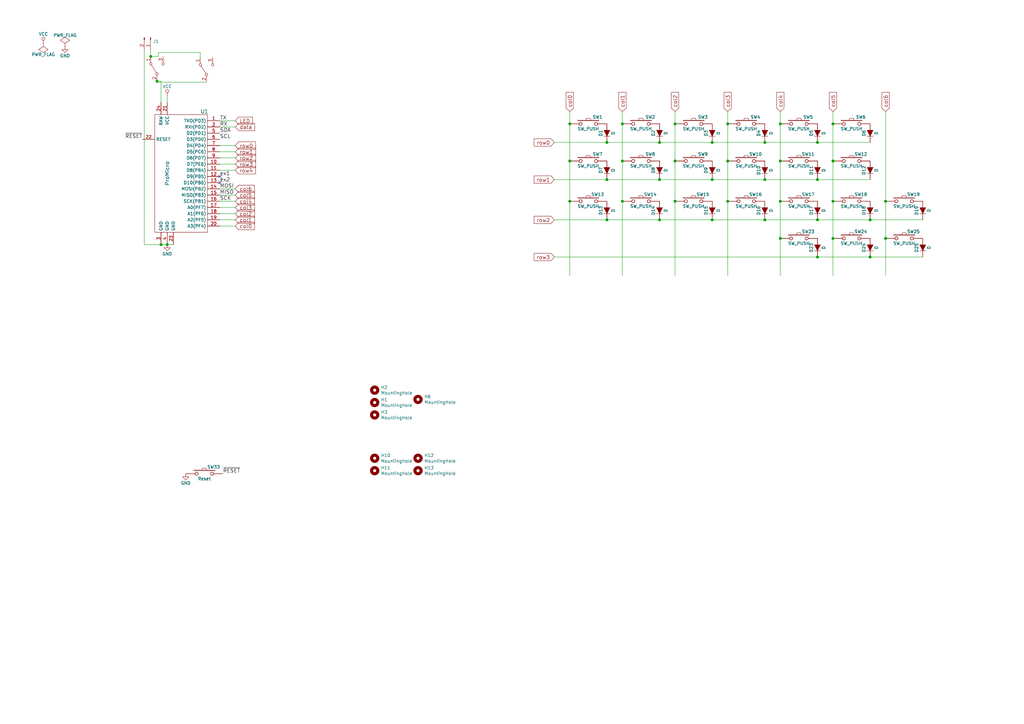
<source format=kicad_sch>
(kicad_sch (version 20201015) (generator eeschema)
  (page 1 1)
  (paper "A3")
  (title_block (title "Helix beta") (date "2017-11-5") (rev "v0.2"))
  (lib_symbols
    (symbol "Connector:Conn_01x02_Male" (pin_names (offset 1.016) hide)
      (property "Reference" "J" (at 0 2.54 0))
      (property "Value" "Conn_01x02_Male" (at 0 -5.08 0))
      (symbol "Conn_01x02_Male_1_1"
        (rectangle (start 0.8636 -2.413) (end 0 -2.667) (stroke (width 0.1524)) (fill (type outline)))
        (rectangle (start 0.8636 0.127) (end 0 -0.127) (stroke (width 0.1524)) (fill (type outline)))
        (polyline (pts (xy 1.27 -2.54) (xy 0.8636 -2.54)) (stroke (width 0.1524)))
        (polyline (pts (xy 1.27 0) (xy 0.8636 0)) (stroke (width 0.1524)))
        (pin passive line (at 5.08 0 180) (length 3.81) (name "Pin_1") (number "1"))
        (pin passive line (at 5.08 -2.54 180) (length 3.81) (name "Pin_2") (number "2"))
      )
    )
    (symbol "Mechanical:MountingHole"
      (property "Reference" "H" (at 0 5.08 0))
      (property "Value" "MountingHole" (at 0 3.175 0))
      (symbol "MountingHole_0_1"
        (circle (center 0 0) (radius 1.27) (stroke (width 1.27)))
      )
    )
    (symbol "Switch:SW_SPDT" (pin_names (offset 0) hide)
      (property "Reference" "SW" (at 0 4.318 0))
      (property "Value" "SW_SPDT" (at 0 -5.08 0))
      (symbol "SW_SPDT_0_0"
        (circle (center -2.032 0) (radius 0.508))
        (circle (center 2.032 -2.54) (radius 0.508))
      )
      (symbol "SW_SPDT_0_1"
        (circle (center 2.032 2.54) (radius 0.508))
        (polyline (pts (xy -1.524 0.254) (xy 1.651 2.286)))
      )
      (symbol "SW_SPDT_1_1"
        (pin passive line (at 5.08 2.54 180) (length 2.54) (name "A") (number "1"))
        (pin passive line (at -5.08 0 0) (length 2.54) (name "B") (number "2"))
        (pin passive line (at 5.08 -2.54 180) (length 2.54) (name "C") (number "3"))
      )
    )
    (symbol "helix-rescue:D-helix-cache-2019-03-21-22-27-31" (pin_numbers hide) (pin_names hide)
      (property "Reference" "D" (at 0 2.54 0))
      (property "Value" "D-helix-cache-2019-03-21-22-27-31" (at 0 -2.54 0))
      (symbol "D-helix-cache-2019-03-21-22-27-31_0_1"
        (polyline (pts (xy -1.27 1.27) (xy -1.27 -1.27)) (stroke (width 0.1524)))
        (polyline (pts (xy 1.27 1.27) (xy -1.27 0) (xy 1.27 -1.27)) (fill (type outline)))
      )
      (symbol "D-helix-cache-2019-03-21-22-27-31_1_1"
        (pin passive line (at -3.81 0 0) (length 2.54) (name "K") (number "1"))
        (pin passive line (at 3.81 0 180) (length 2.54) (name "A") (number "2"))
      )
    )
    (symbol "helix-rescue:GND-helix-cache-2019-03-21-22-27-31" (power) (pin_names (offset 0))
      (property "Value" "GND-helix-cache-2019-03-21-22-27-31" (at 0 -3.81 0))
      (symbol "GND-helix-cache-2019-03-21-22-27-31_0_1"
        (polyline (pts (xy 0 0) (xy 0 -1.27) (xy 1.27 -1.27) (xy 0 -2.54) (xy -1.27 -1.27) (xy 0 -1.27)))
      )
      (symbol "GND-helix-cache-2019-03-21-22-27-31_1_1"
        (pin power_in line (at 0 0 270) (length 0) hide (name "GND") (number "1"))
      )
    )
    (symbol "helix-rescue:PWR_FLAG-helix-cache-2019-03-21-22-27-31" (power) (pin_numbers hide) (pin_names (offset 0) hide)
      (property "Value" "PWR_FLAG-helix-cache-2019-03-21-22-27-31" (at 0 4.572 0))
      (symbol "PWR_FLAG-helix-cache-2019-03-21-22-27-31_0_1"
        (polyline (pts (xy 0 0) (xy 0 1.27) (xy -1.905 2.54) (xy 0 3.81) (xy 1.905 2.54) (xy 0 1.27)))
      )
      (symbol "PWR_FLAG-helix-cache-2019-03-21-22-27-31_0_0"
        (pin power_out line (at 0 0 90) (length 0) (name "pwr") (number "1"))
      )
    )
    (symbol "helix-rescue:ProMicro-helix-cache-2019-03-21-22-27-31"
      (property "Reference" "U" (at 10.16 25.4 0))
      (property "Value" "ProMicro-helix-cache-2019-03-21-22-27-31" (at -5.08 0 90))
      (symbol "ProMicro-helix-cache-2019-03-21-22-27-31_0_1"
        (rectangle (start 11.43 24.13) (end -10.16 -24.13))
      )
      (symbol "ProMicro-helix-cache-2019-03-21-22-27-31_1_1"
        (pin passive line (at 16.51 21.59 180) (length 5.08) (name "TXO(PD3)") (number "1"))
        (pin passive line (at 16.51 3.81 180) (length 5.08) (name "D7(PE6)") (number "10"))
        (pin passive line (at 16.51 1.27 180) (length 5.08) (name "D8(PB4)") (number "11"))
        (pin passive line (at 16.51 -1.27 180) (length 5.08) (name "D9(PB5)") (number "12"))
        (pin passive line (at 16.51 -3.81 180) (length 5.08) (name "D10(PB6)") (number "13"))
        (pin passive line (at 16.51 -6.35 180) (length 5.08) (name "MOSI(PB2)") (number "14"))
        (pin passive line (at 16.51 -8.89 180) (length 5.08) (name "MISO(PB3)") (number "15"))
        (pin passive line (at 16.51 -11.43 180) (length 5.08) (name "SCK(PB1)") (number "16"))
        (pin passive line (at 16.51 -13.97 180) (length 5.08) (name "A0(PF7)") (number "17"))
        (pin passive line (at 16.51 -16.51 180) (length 5.08) (name "A1(PF6)") (number "18"))
        (pin passive line (at 16.51 -19.05 180) (length 5.08) (name "A2(PF5)") (number "19"))
        (pin passive line (at 16.51 19.05 180) (length 5.08) (name "RXI(PD2)") (number "2"))
        (pin passive line (at 16.51 -21.59 180) (length 5.08) (name "A3(PF4)") (number "20"))
        (pin passive line (at -5.08 29.21 270) (length 5.08) (name "VCC") (number "21"))
        (pin passive line (at -15.24 13.97 0) (length 5.08) (name "RESET") (number "22"))
        (pin passive line (at -2.54 -29.21 90) (length 5.08) (name "GND") (number "23"))
        (pin passive line (at -7.62 29.21 270) (length 5.08) (name "RAW") (number "24"))
        (pin passive line (at -7.62 -29.21 90) (length 5.08) (name "GND") (number "3"))
        (pin passive line (at -5.08 -29.21 90) (length 5.08) (name "GND") (number "4"))
        (pin passive line (at 16.51 16.51 180) (length 5.08) (name "D2(PD1)") (number "5"))
        (pin passive line (at 16.51 13.97 180) (length 5.08) (name "D3(PD0)") (number "6"))
        (pin passive line (at 16.51 11.43 180) (length 5.08) (name "D4(PD4)") (number "7"))
        (pin passive line (at 16.51 8.89 180) (length 5.08) (name "D5(PC6)") (number "8"))
        (pin passive line (at 16.51 6.35 180) (length 5.08) (name "D6(PD7)") (number "9"))
      )
    )
    (symbol "helix-rescue:SW_PUSH-helix-cache-2019-03-21-22-27-31" (pin_numbers hide) (pin_names hide)
      (property "Reference" "SW" (at 3.81 2.794 0))
      (property "Value" "SW_PUSH-helix-cache-2019-03-21-22-27-31" (at 0 -2.032 0))
      (symbol "SW_PUSH-helix-cache-2019-03-21-22-27-31_0_1"
        (rectangle (start -4.318 1.27) (end 4.318 1.524))
        (polyline (pts (xy -1.016 1.524) (xy -0.762 2.286) (xy 0.762 2.286) (xy 1.016 1.524)))
        (pin passive inverted (at -7.62 0 0) (length 5.08) (name "1") (number "1"))
        (pin passive inverted (at 7.62 0 180) (length 5.08) (name "2") (number "2"))
      )
    )
    (symbol "helix-rescue:VCC-helix-cache-2019-03-21-22-27-31" (power) (pin_names (offset 0))
      (property "Value" "VCC-helix-cache-2019-03-21-22-27-31" (at 0 3.81 0))
      (symbol "VCC-helix-cache-2019-03-21-22-27-31_0_1"
        (circle (center 0 1.905) (radius 0.635))
        (polyline (pts (xy 0 0) (xy 0 1.27)))
      )
      (symbol "VCC-helix-cache-2019-03-21-22-27-31_1_1"
        (pin power_in line (at 0 0 90) (length 0) hide (name "VCC") (number "1"))
      )
    )
  )
  (junction (at 61.8236 23.1648) (diameter 1.016))
  (junction (at 64.3636 33.3248) (diameter 1.016))
  (junction (at 66.04 100.33) (diameter 1.016))
  (junction (at 68.58 100.33) (diameter 1.016))
  (junction (at 233.68 50.8) (diameter 1.016))
  (junction (at 233.68 66.04) (diameter 1.016))
  (junction (at 233.68 82.55) (diameter 1.016))
  (junction (at 248.92 58.42) (diameter 1.016))
  (junction (at 248.92 73.66) (diameter 1.016))
  (junction (at 248.92 90.17) (diameter 1.016))
  (junction (at 255.27 50.8) (diameter 1.016))
  (junction (at 255.27 66.04) (diameter 1.016))
  (junction (at 255.27 82.55) (diameter 1.016))
  (junction (at 270.51 58.42) (diameter 1.016))
  (junction (at 270.51 73.66) (diameter 1.016))
  (junction (at 270.51 90.17) (diameter 1.016))
  (junction (at 276.86 50.8) (diameter 1.016))
  (junction (at 276.86 66.04) (diameter 1.016))
  (junction (at 276.86 82.55) (diameter 1.016))
  (junction (at 292.1 58.42) (diameter 1.016))
  (junction (at 292.1 73.66) (diameter 1.016))
  (junction (at 292.1 90.17) (diameter 1.016))
  (junction (at 298.45 50.8) (diameter 1.016))
  (junction (at 298.45 66.04) (diameter 1.016))
  (junction (at 298.45 82.55) (diameter 1.016))
  (junction (at 313.69 58.42) (diameter 1.016))
  (junction (at 313.69 73.66) (diameter 1.016))
  (junction (at 313.69 90.17) (diameter 1.016))
  (junction (at 320.04 50.8) (diameter 1.016))
  (junction (at 320.04 66.04) (diameter 1.016))
  (junction (at 320.04 82.55) (diameter 1.016))
  (junction (at 320.04 97.79) (diameter 1.016))
  (junction (at 335.28 58.42) (diameter 1.016))
  (junction (at 335.28 73.66) (diameter 1.016))
  (junction (at 335.28 90.17) (diameter 1.016))
  (junction (at 335.28 105.41) (diameter 1.016))
  (junction (at 341.63 50.8) (diameter 1.016))
  (junction (at 341.63 66.04) (diameter 1.016))
  (junction (at 341.63 82.55) (diameter 1.016))
  (junction (at 341.63 97.79) (diameter 1.016))
  (junction (at 356.87 90.17) (diameter 1.016))
  (junction (at 356.87 105.41) (diameter 1.016))
  (junction (at 363.22 82.55) (diameter 1.016))
  (junction (at 363.22 97.79) (diameter 1.016))
  (no_connect (at 90.17 72.39))
  (no_connect (at 90.17 74.93))
  (wire (pts (xy 59.182 100.33) (xy 59.182 20.5232)))
  (wire (pts (xy 59.182 100.33) (xy 66.04 100.33)))
  (wire (pts (xy 61.722 20.5232) (xy 61.722 23.1648)))
  (wire (pts (xy 61.722 23.1648) (xy 61.8236 23.1648)))
  (wire (pts (xy 61.8236 23.1648) (xy 64.9732 23.1648)))
  (wire (pts (xy 64.3636 33.3248) (xy 64.3636 33.6804)))
  (wire (pts (xy 64.3636 33.6804) (xy 84.6836 33.6804)))
  (wire (pts (xy 64.9732 21.5392) (xy 82.1436 21.5392)))
  (wire (pts (xy 64.9732 23.1648) (xy 64.9732 21.5392)))
  (wire (pts (xy 66.04 33.3248) (xy 64.3636 33.3248)))
  (wire (pts (xy 66.04 41.91) (xy 66.04 33.3248)))
  (wire (pts (xy 66.04 100.33) (xy 68.58 100.33)))
  (wire (pts (xy 68.58 39.2684) (xy 68.58 41.91)))
  (wire (pts (xy 68.58 100.33) (xy 71.12 100.33)))
  (wire (pts (xy 82.1436 21.5392) (xy 82.1436 23.5204)))
  (wire (pts (xy 90.17 49.53) (xy 96.52 49.53)))
  (wire (pts (xy 90.17 52.07) (xy 96.52 52.07)))
  (wire (pts (xy 90.17 59.69) (xy 96.52 59.69)))
  (wire (pts (xy 90.17 64.77) (xy 96.52 64.77)))
  (wire (pts (xy 90.17 67.31) (xy 96.52 67.31)))
  (wire (pts (xy 90.17 69.85) (xy 96.52 69.85)))
  (wire (pts (xy 90.17 77.47) (xy 96.52 77.47)))
  (wire (pts (xy 90.17 80.01) (xy 96.52 80.01)))
  (wire (pts (xy 90.17 82.55) (xy 96.52 82.55)))
  (wire (pts (xy 90.17 85.09) (xy 96.52 85.09)))
  (wire (pts (xy 90.17 87.63) (xy 96.52 87.63)))
  (wire (pts (xy 90.17 90.17) (xy 96.52 90.17)))
  (wire (pts (xy 90.17 92.71) (xy 96.52 92.71)))
  (wire (pts (xy 96.52 62.23) (xy 90.17 62.23)))
  (wire (pts (xy 227.33 58.42) (xy 248.92 58.42)))
  (wire (pts (xy 227.33 73.66) (xy 248.92 73.66)))
  (wire (pts (xy 227.33 90.17) (xy 248.92 90.17)))
  (wire (pts (xy 227.33 105.41) (xy 335.28 105.41)))
  (wire (pts (xy 233.68 45.72) (xy 233.68 50.8)))
  (wire (pts (xy 233.68 50.8) (xy 233.68 66.04)))
  (wire (pts (xy 233.68 66.04) (xy 233.68 82.55)))
  (wire (pts (xy 233.68 82.55) (xy 233.68 113.03)))
  (wire (pts (xy 248.92 58.42) (xy 270.51 58.42)))
  (wire (pts (xy 248.92 73.66) (xy 270.51 73.66)))
  (wire (pts (xy 248.92 90.17) (xy 270.51 90.17)))
  (wire (pts (xy 255.27 45.72) (xy 255.27 50.8)))
  (wire (pts (xy 255.27 50.8) (xy 255.27 66.04)))
  (wire (pts (xy 255.27 66.04) (xy 255.27 82.55)))
  (wire (pts (xy 255.27 82.55) (xy 255.27 113.03)))
  (wire (pts (xy 270.51 58.42) (xy 292.1 58.42)))
  (wire (pts (xy 270.51 73.66) (xy 292.1 73.66)))
  (wire (pts (xy 270.51 90.17) (xy 292.1 90.17)))
  (wire (pts (xy 276.86 45.72) (xy 276.86 50.8)))
  (wire (pts (xy 276.86 50.8) (xy 276.86 66.04)))
  (wire (pts (xy 276.86 66.04) (xy 276.86 82.55)))
  (wire (pts (xy 276.86 82.55) (xy 276.86 113.03)))
  (wire (pts (xy 292.1 58.42) (xy 313.69 58.42)))
  (wire (pts (xy 292.1 73.66) (xy 313.69 73.66)))
  (wire (pts (xy 292.1 90.17) (xy 313.69 90.17)))
  (wire (pts (xy 298.45 45.72) (xy 298.45 50.8)))
  (wire (pts (xy 298.45 50.8) (xy 298.45 66.04)))
  (wire (pts (xy 298.45 66.04) (xy 298.45 82.55)))
  (wire (pts (xy 298.45 82.55) (xy 298.45 113.03)))
  (wire (pts (xy 313.69 58.42) (xy 335.28 58.42)))
  (wire (pts (xy 313.69 73.66) (xy 335.28 73.66)))
  (wire (pts (xy 313.69 90.17) (xy 335.28 90.17)))
  (wire (pts (xy 320.04 45.72) (xy 320.04 50.8)))
  (wire (pts (xy 320.04 50.8) (xy 320.04 66.04)))
  (wire (pts (xy 320.04 66.04) (xy 320.04 82.55)))
  (wire (pts (xy 320.04 82.55) (xy 320.04 97.79)))
  (wire (pts (xy 320.04 97.79) (xy 320.04 113.03)))
  (wire (pts (xy 335.28 58.42) (xy 356.87 58.42)))
  (wire (pts (xy 335.28 73.66) (xy 356.87 73.66)))
  (wire (pts (xy 335.28 90.17) (xy 356.87 90.17)))
  (wire (pts (xy 335.28 105.41) (xy 356.87 105.41)))
  (wire (pts (xy 341.63 45.72) (xy 341.63 50.8)))
  (wire (pts (xy 341.63 50.8) (xy 341.63 66.04)))
  (wire (pts (xy 341.63 66.04) (xy 341.63 82.55)))
  (wire (pts (xy 341.63 82.55) (xy 341.63 97.79)))
  (wire (pts (xy 341.63 97.79) (xy 341.63 113.03)))
  (wire (pts (xy 356.87 90.17) (xy 378.46 90.17)))
  (wire (pts (xy 356.87 105.41) (xy 378.46 105.41)))
  (wire (pts (xy 363.22 45.72) (xy 363.22 82.55)))
  (wire (pts (xy 363.22 82.55) (xy 363.22 97.79)))
  (wire (pts (xy 363.22 97.79) (xy 363.22 113.03)))
  (label "~RESET" (at 58.42 57.15 180) (effects (font (size 1.524 1.524))))
  (label "TX" (at 90.17 49.53 0) (effects (font (size 1.524 1.524))))
  (label "RX" (at 90.17 52.07 0) (effects (font (size 1.524 1.524))))
  (label "SDA" (at 90.17 54.61 0) (effects (font (size 1.524 1.524))))
  (label "SCL" (at 90.17 57.15 0) (effects (font (size 1.524 1.524))))
  (label "ex1" (at 90.17 72.39 0) (effects (font (size 1.524 1.524))))
  (label "ex2" (at 90.17 74.93 0) (effects (font (size 1.524 1.524))))
  (label "MOSI" (at 90.17 77.47 0) (effects (font (size 1.524 1.524))))
  (label "MISO" (at 90.17 80.01 0) (effects (font (size 1.524 1.524))))
  (label "SCK" (at 90.17 82.55 0) (effects (font (size 1.524 1.524))))
  (label "~RESET" (at 91.44 194.31 0) (effects (font (size 1.524 1.524))))
  (global_label "LED" (shape input) (at 96.52 49.53 0) (effects (font (size 1.524 1.524))))
  (global_label "data" (shape input) (at 96.52 52.07 0) (effects (font (size 1.524 1.524))))
  (global_label "row0" (shape input) (at 96.52 59.69 0) (effects (font (size 1.524 1.524))))
  (global_label "row1" (shape input) (at 96.52 62.23 0) (effects (font (size 1.524 1.524))))
  (global_label "row2" (shape input) (at 96.52 64.77 0) (effects (font (size 1.524 1.524))))
  (global_label "row3" (shape input) (at 96.52 67.31 0) (effects (font (size 1.524 1.524))))
  (global_label "row4" (shape input) (at 96.52 69.85 0) (effects (font (size 1.524 1.524))))
  (global_label "col6" (shape input) (at 96.52 77.47 0) (effects (font (size 1.524 1.524))))
  (global_label "col5" (shape input) (at 96.52 80.01 0) (effects (font (size 1.524 1.524))))
  (global_label "col4" (shape input) (at 96.52 82.55 0) (effects (font (size 1.524 1.524))))
  (global_label "col3" (shape input) (at 96.52 85.09 0) (effects (font (size 1.524 1.524))))
  (global_label "col2" (shape input) (at 96.52 87.63 0) (effects (font (size 1.524 1.524))))
  (global_label "col1" (shape input) (at 96.52 90.17 0) (effects (font (size 1.524 1.524))))
  (global_label "col0" (shape input) (at 96.52 92.71 0) (effects (font (size 1.524 1.524))))
  (global_label "row0" (shape input) (at 227.33 58.42 180) (effects (font (size 1.524 1.524))))
  (global_label "row1" (shape input) (at 227.33 73.66 180) (effects (font (size 1.524 1.524))))
  (global_label "row2" (shape input) (at 227.33 90.17 180) (effects (font (size 1.524 1.524))))
  (global_label "row3" (shape input) (at 227.33 105.41 180) (effects (font (size 1.524 1.524))))
  (global_label "col0" (shape input) (at 233.68 45.72 90) (effects (font (size 1.524 1.524))))
  (global_label "col1" (shape input) (at 255.27 45.72 90) (effects (font (size 1.524 1.524))))
  (global_label "col2" (shape input) (at 276.86 45.72 90) (effects (font (size 1.524 1.524))))
  (global_label "col3" (shape input) (at 298.45 45.72 90) (effects (font (size 1.524 1.524))))
  (global_label "col4" (shape input) (at 320.04 45.72 90) (effects (font (size 1.524 1.524))))
  (global_label "col5" (shape input) (at 341.63 45.72 90) (effects (font (size 1.524 1.524))))
  (global_label "col6" (shape input) (at 363.22 45.72 90) (effects (font (size 1.524 1.524))))
  (symbol (lib_id "helix-rescue:VCC-helix-cache-2019-03-21-22-27-31") (at 17.78 17.78 0) (unit 1)
    (property "Reference" "#PWR010" (effects hide))
    (property "Value" "VCC" (at 17.78 13.97 0))
  )
  (symbol (lib_id "helix-rescue:VCC-helix-cache-2019-03-21-22-27-31") (at 68.58 39.2684 0) (unit 1)
    (property "Reference" "#PWR02" (effects hide))
    (property "Value" "VCC" (at 68.58 35.4584 0))
  )
  (symbol (lib_id "helix-rescue:GND-helix-cache-2019-03-21-22-27-31") (at 26.67 19.05 0) (unit 1)
    (property "Reference" "#PWR011" (effects hide))
    (property "Value" "GND" (at 26.67 22.86 0))
  )
  (symbol (lib_id "helix-rescue:GND-helix-cache-2019-03-21-22-27-31") (at 68.58 100.33 0) (unit 1)
    (property "Reference" "#PWR03" (effects hide))
    (property "Value" "GND" (at 68.58 104.14 0))
  )
  (symbol (lib_id "helix-rescue:GND-helix-cache-2019-03-21-22-27-31") (at 76.2 194.31 0) (unit 1)
    (property "Reference" "#PWR01" (effects hide))
    (property "Value" "GND" (at 76.2 198.12 0))
  )
  (symbol (lib_id "Mechanical:MountingHole") (at 153.67 160.02 0) (unit 1)
    (property "Reference" "H2" (at 156.21 158.8516 0) (effects (justify left)))
    (property "Value" "MountingHole" (at 156.21 161.163 0) (effects (justify left)))
    (property "Footprint" "ergoslab:HOLE_M2" (effects hide))
  )
  (symbol (lib_id "Mechanical:MountingHole") (at 153.67 165.1 0) (unit 1)
    (property "Reference" "H1" (at 156.21 163.9316 0) (effects (justify left)))
    (property "Value" "MountingHole" (at 156.21 166.243 0) (effects (justify left)))
    (property "Footprint" "ergoslab:HOLE_M2" (effects hide))
  )
  (symbol (lib_id "Mechanical:MountingHole") (at 153.67 170.18 0) (unit 1)
    (property "Reference" "H3" (at 156.21 169.0116 0) (effects (justify left)))
    (property "Value" "MountingHole" (at 156.21 171.323 0) (effects (justify left)))
    (property "Footprint" "ergoslab:HOLE_M2" (effects hide))
  )
  (symbol (lib_id "Mechanical:MountingHole") (at 153.67 187.96 0) (unit 1)
    (property "Reference" "H10" (at 156.21 186.7916 0) (effects (justify left)))
    (property "Value" "MountingHole" (at 156.21 189.103 0) (effects (justify left)))
    (property "Footprint" "ergoslab:HOLE_M2" (effects hide))
  )
  (symbol (lib_id "Mechanical:MountingHole") (at 153.67 193.04 0) (unit 1)
    (property "Reference" "H11" (at 156.21 191.8716 0) (effects (justify left)))
    (property "Value" "MountingHole" (at 156.21 194.183 0) (effects (justify left)))
    (property "Footprint" "ergoslab:HOLE_M2" (effects hide))
  )
  (symbol (lib_id "Mechanical:MountingHole") (at 171.45 163.83 0) (unit 1)
    (property "Reference" "H6" (at 173.99 162.6616 0) (effects (justify left)))
    (property "Value" "MountingHole" (at 173.99 164.973 0) (effects (justify left)))
    (property "Footprint" "ergoslab:HOLE_M2" (effects hide))
  )
  (symbol (lib_id "Mechanical:MountingHole") (at 171.45 187.96 0) (unit 1)
    (property "Reference" "H12" (at 173.99 186.7916 0) (effects (justify left)))
    (property "Value" "MountingHole" (at 173.99 189.103 0) (effects (justify left)))
    (property "Footprint" "ergoslab:HOLE_M2" (effects hide))
  )
  (symbol (lib_id "Mechanical:MountingHole") (at 171.45 193.04 0) (unit 1)
    (property "Reference" "H13" (at 173.99 191.8716 0) (effects (justify left)))
    (property "Value" "MountingHole" (at 173.99 194.183 0) (effects (justify left)))
    (property "Footprint" "ergoslab:HOLE_M2" (effects hide))
  )
  (symbol (lib_id "helix-rescue:PWR_FLAG-helix-cache-2019-03-21-22-27-31") (at 17.78 17.78 180) (unit 1)
    (property "Reference" "#FLG012" (effects hide))
    (property "Value" "PWR_FLAG" (at 17.78 22.352 0))
  )
  (symbol (lib_id "helix-rescue:PWR_FLAG-helix-cache-2019-03-21-22-27-31") (at 26.67 19.05 0) (unit 1)
    (property "Reference" "#FLG013" (effects hide))
    (property "Value" "PWR_FLAG" (at 26.67 14.478 0))
  )
  (symbol (lib_id "helix-rescue:D-helix-cache-2019-03-21-22-27-31") (at 248.92 54.61 90) (unit 1)
    (property "Reference" "D1" (at 246.38 54.61 0))
    (property "Value" "D" (at 251.46 54.61 0))
    (property "Footprint" "Keebio:Diode-dual" (effects hide))
  )
  (symbol (lib_id "helix-rescue:D-helix-cache-2019-03-21-22-27-31") (at 248.92 69.85 90) (unit 1)
    (property "Reference" "D7" (at 246.38 69.85 0))
    (property "Value" "D" (at 251.46 69.85 0))
    (property "Footprint" "Keebio:Diode-dual" (effects hide))
  )
  (symbol (lib_id "helix-rescue:D-helix-cache-2019-03-21-22-27-31") (at 248.92 86.36 90) (unit 1)
    (property "Reference" "D13" (at 246.38 86.36 0))
    (property "Value" "D" (at 251.46 86.36 0))
    (property "Footprint" "Keebio:Diode-dual" (effects hide))
  )
  (symbol (lib_id "helix-rescue:D-helix-cache-2019-03-21-22-27-31") (at 270.51 54.61 90) (unit 1)
    (property "Reference" "D2" (at 267.97 54.61 0))
    (property "Value" "D" (at 273.05 54.61 0))
    (property "Footprint" "Keebio:Diode-dual" (effects hide))
  )
  (symbol (lib_id "helix-rescue:D-helix-cache-2019-03-21-22-27-31") (at 270.51 69.85 90) (unit 1)
    (property "Reference" "D8" (at 267.97 69.85 0))
    (property "Value" "D" (at 273.05 69.85 0))
    (property "Footprint" "Keebio:Diode-dual" (effects hide))
  )
  (symbol (lib_id "helix-rescue:D-helix-cache-2019-03-21-22-27-31") (at 270.51 86.36 90) (unit 1)
    (property "Reference" "D14" (at 267.97 86.36 0))
    (property "Value" "D" (at 273.05 86.36 0))
    (property "Footprint" "Keebio:Diode-dual" (effects hide))
  )
  (symbol (lib_id "helix-rescue:D-helix-cache-2019-03-21-22-27-31") (at 292.1 54.61 90) (unit 1)
    (property "Reference" "D3" (at 289.56 54.61 0))
    (property "Value" "D" (at 294.64 54.61 0))
    (property "Footprint" "Keebio:Diode-dual" (effects hide))
  )
  (symbol (lib_id "helix-rescue:D-helix-cache-2019-03-21-22-27-31") (at 292.1 69.85 90) (unit 1)
    (property "Reference" "D9" (at 289.56 69.85 0))
    (property "Value" "D" (at 294.64 69.85 0))
    (property "Footprint" "Keebio:Diode-dual" (effects hide))
  )
  (symbol (lib_id "helix-rescue:D-helix-cache-2019-03-21-22-27-31") (at 292.1 86.36 90) (unit 1)
    (property "Reference" "D15" (at 289.56 86.36 0))
    (property "Value" "D" (at 294.64 86.36 0))
    (property "Footprint" "Keebio:Diode-dual" (effects hide))
  )
  (symbol (lib_id "helix-rescue:D-helix-cache-2019-03-21-22-27-31") (at 313.69 54.61 90) (unit 1)
    (property "Reference" "D4" (at 311.15 54.61 0))
    (property "Value" "D" (at 316.23 54.61 0))
    (property "Footprint" "Keebio:Diode-dual" (effects hide))
  )
  (symbol (lib_id "helix-rescue:D-helix-cache-2019-03-21-22-27-31") (at 313.69 69.85 90) (unit 1)
    (property "Reference" "D10" (at 311.15 69.85 0))
    (property "Value" "D" (at 316.23 69.85 0))
    (property "Footprint" "Keebio:Diode-dual" (effects hide))
  )
  (symbol (lib_id "helix-rescue:D-helix-cache-2019-03-21-22-27-31") (at 313.69 86.36 90) (unit 1)
    (property "Reference" "D16" (at 311.15 86.36 0))
    (property "Value" "D" (at 316.23 86.36 0))
    (property "Footprint" "Keebio:Diode-dual" (effects hide))
  )
  (symbol (lib_id "helix-rescue:D-helix-cache-2019-03-21-22-27-31") (at 335.28 54.61 90) (unit 1)
    (property "Reference" "D5" (at 332.74 54.61 0))
    (property "Value" "D" (at 337.82 54.61 0))
    (property "Footprint" "Keebio:Diode-dual" (effects hide))
  )
  (symbol (lib_id "helix-rescue:D-helix-cache-2019-03-21-22-27-31") (at 335.28 69.85 90) (unit 1)
    (property "Reference" "D11" (at 332.74 69.85 0))
    (property "Value" "D" (at 337.82 69.85 0))
    (property "Footprint" "Keebio:Diode-dual" (effects hide))
  )
  (symbol (lib_id "helix-rescue:D-helix-cache-2019-03-21-22-27-31") (at 335.28 86.36 90) (unit 1)
    (property "Reference" "D17" (at 332.74 86.36 0))
    (property "Value" "D" (at 337.82 86.36 0))
    (property "Footprint" "Keebio:Diode-dual" (effects hide))
  )
  (symbol (lib_id "helix-rescue:D-helix-cache-2019-03-21-22-27-31") (at 335.28 101.6 90) (unit 1)
    (property "Reference" "D23" (at 332.74 101.6 0))
    (property "Value" "D" (at 337.82 101.6 0))
    (property "Footprint" "Keebio:Diode-dual" (effects hide))
  )
  (symbol (lib_id "helix-rescue:D-helix-cache-2019-03-21-22-27-31") (at 356.87 54.61 90) (unit 1)
    (property "Reference" "D6" (at 354.33 54.61 0))
    (property "Value" "D" (at 359.41 54.61 0))
    (property "Footprint" "Keebio:Diode-dual" (effects hide))
  )
  (symbol (lib_id "helix-rescue:D-helix-cache-2019-03-21-22-27-31") (at 356.87 69.85 90) (unit 1)
    (property "Reference" "D12" (at 354.33 69.85 0))
    (property "Value" "D" (at 359.41 69.85 0))
    (property "Footprint" "Keebio:Diode-dual" (effects hide))
  )
  (symbol (lib_id "helix-rescue:D-helix-cache-2019-03-21-22-27-31") (at 356.87 86.36 90) (unit 1)
    (property "Reference" "D18" (at 354.33 86.36 0))
    (property "Value" "D" (at 359.41 86.36 0))
    (property "Footprint" "Keebio:Diode-dual" (effects hide))
  )
  (symbol (lib_id "helix-rescue:D-helix-cache-2019-03-21-22-27-31") (at 356.87 101.6 90) (unit 1)
    (property "Reference" "D24" (at 354.33 101.6 0))
    (property "Value" "D" (at 359.41 101.6 0))
    (property "Footprint" "Keebio:Diode-dual" (effects hide))
  )
  (symbol (lib_id "helix-rescue:D-helix-cache-2019-03-21-22-27-31") (at 378.46 86.36 90) (unit 1)
    (property "Reference" "D19" (at 375.92 86.36 0))
    (property "Value" "D" (at 381 86.36 0))
    (property "Footprint" "Keebio:Diode-dual" (effects hide))
  )
  (symbol (lib_id "helix-rescue:D-helix-cache-2019-03-21-22-27-31") (at 378.46 101.6 90) (unit 1)
    (property "Reference" "D25" (at 375.92 101.6 0))
    (property "Value" "D" (at 381 101.6 0))
    (property "Footprint" "Keebio:Diode-dual" (effects hide))
  )
  (symbol (lib_id "Connector:Conn_01x02_Male") (at 61.722 15.4432 270) (unit 1)
    (property "Reference" "J1" (at 62.7381 16.9862 90) (effects (justify left)))
    (property "Value" "Conn_01x02_Male" (effects hide))
    (property "Footprint" "Lily58-footprint:jumper_smd_2dub" (effects hide))
  )
  (symbol (lib_id "helix-rescue:SW_PUSH-helix-cache-2019-03-21-22-27-31") (at 83.82 194.31 0) (unit 1)
    (property "Reference" "SW33" (at 87.63 191.516 0))
    (property "Value" "Reset" (at 83.82 196.342 0))
    (property "Footprint" "Lily58-footprint:TACT_SWITCH_TVBP06" (effects hide))
  )
  (symbol (lib_id "helix-rescue:SW_PUSH-helix-cache-2019-03-21-22-27-31") (at 241.3 50.8 0) (unit 1)
    (property "Reference" "SW1" (at 245.11 48.006 0))
    (property "Value" "SW_PUSH" (at 241.3 52.832 0))
    (property "Footprint" "Lily58-footprint:MX_Choc_Hotswap" (effects hide))
  )
  (symbol (lib_id "helix-rescue:SW_PUSH-helix-cache-2019-03-21-22-27-31") (at 241.3 66.04 0) (unit 1)
    (property "Reference" "SW7" (at 245.11 63.246 0))
    (property "Value" "SW_PUSH" (at 241.3 68.072 0))
    (property "Footprint" "Lily58-footprint:MX_Choc_Hotswap" (effects hide))
  )
  (symbol (lib_id "helix-rescue:SW_PUSH-helix-cache-2019-03-21-22-27-31") (at 241.3 82.55 0) (unit 1)
    (property "Reference" "SW13" (at 245.11 79.756 0))
    (property "Value" "SW_PUSH" (at 241.3 84.582 0))
    (property "Footprint" "Lily58-footprint:MX_Choc_Hotswap" (effects hide))
  )
  (symbol (lib_id "helix-rescue:SW_PUSH-helix-cache-2019-03-21-22-27-31") (at 262.89 50.8 0) (unit 1)
    (property "Reference" "SW2" (at 266.7 48.006 0))
    (property "Value" "SW_PUSH" (at 262.89 52.832 0))
    (property "Footprint" "Lily58-footprint:MX_Choc_Hotswap" (effects hide))
  )
  (symbol (lib_id "helix-rescue:SW_PUSH-helix-cache-2019-03-21-22-27-31") (at 262.89 66.04 0) (unit 1)
    (property "Reference" "SW8" (at 266.7 63.246 0))
    (property "Value" "SW_PUSH" (at 262.89 68.072 0))
    (property "Footprint" "Lily58-footprint:MX_Choc_Hotswap" (effects hide))
  )
  (symbol (lib_id "helix-rescue:SW_PUSH-helix-cache-2019-03-21-22-27-31") (at 262.89 82.55 0) (unit 1)
    (property "Reference" "SW14" (at 266.7 79.756 0))
    (property "Value" "SW_PUSH" (at 262.89 84.582 0))
    (property "Footprint" "Lily58-footprint:MX_Choc_Hotswap" (effects hide))
  )
  (symbol (lib_id "helix-rescue:SW_PUSH-helix-cache-2019-03-21-22-27-31") (at 284.48 50.8 0) (unit 1)
    (property "Reference" "SW3" (at 288.29 48.006 0))
    (property "Value" "SW_PUSH" (at 284.48 52.832 0))
    (property "Footprint" "Lily58-footprint:MX_Choc_Hotswap" (effects hide))
  )
  (symbol (lib_id "helix-rescue:SW_PUSH-helix-cache-2019-03-21-22-27-31") (at 284.48 66.04 0) (unit 1)
    (property "Reference" "SW9" (at 288.29 63.246 0))
    (property "Value" "SW_PUSH" (at 284.48 68.072 0))
    (property "Footprint" "Lily58-footprint:MX_Choc_Hotswap" (effects hide))
  )
  (symbol (lib_id "helix-rescue:SW_PUSH-helix-cache-2019-03-21-22-27-31") (at 284.48 82.55 0) (unit 1)
    (property "Reference" "SW15" (at 288.29 79.756 0))
    (property "Value" "SW_PUSH" (at 284.48 84.582 0))
    (property "Footprint" "Lily58-footprint:MX_Choc_Hotswap" (effects hide))
  )
  (symbol (lib_id "helix-rescue:SW_PUSH-helix-cache-2019-03-21-22-27-31") (at 306.07 50.8 0) (unit 1)
    (property "Reference" "SW4" (at 309.88 48.006 0))
    (property "Value" "SW_PUSH" (at 306.07 52.832 0))
    (property "Footprint" "Lily58-footprint:MX_Choc_Hotswap" (effects hide))
  )
  (symbol (lib_id "helix-rescue:SW_PUSH-helix-cache-2019-03-21-22-27-31") (at 306.07 66.04 0) (unit 1)
    (property "Reference" "SW10" (at 309.88 63.246 0))
    (property "Value" "SW_PUSH" (at 306.07 68.072 0))
    (property "Footprint" "Lily58-footprint:MX_Choc_Hotswap" (effects hide))
  )
  (symbol (lib_id "helix-rescue:SW_PUSH-helix-cache-2019-03-21-22-27-31") (at 306.07 82.55 0) (unit 1)
    (property "Reference" "SW16" (at 309.88 79.756 0))
    (property "Value" "SW_PUSH" (at 306.07 84.582 0))
    (property "Footprint" "Lily58-footprint:MX_Choc_Hotswap" (effects hide))
  )
  (symbol (lib_id "helix-rescue:SW_PUSH-helix-cache-2019-03-21-22-27-31") (at 327.66 50.8 0) (unit 1)
    (property "Reference" "SW5" (at 331.47 48.006 0))
    (property "Value" "SW_PUSH" (at 327.66 52.832 0))
    (property "Footprint" "Lily58-footprint:MX_Choc_Hotswap" (effects hide))
  )
  (symbol (lib_id "helix-rescue:SW_PUSH-helix-cache-2019-03-21-22-27-31") (at 327.66 66.04 0) (unit 1)
    (property "Reference" "SW11" (at 331.47 63.246 0))
    (property "Value" "SW_PUSH" (at 327.66 68.072 0))
    (property "Footprint" "Lily58-footprint:MX_Choc_Hotswap" (effects hide))
  )
  (symbol (lib_id "helix-rescue:SW_PUSH-helix-cache-2019-03-21-22-27-31") (at 327.66 82.55 0) (unit 1)
    (property "Reference" "SW17" (at 331.47 79.756 0))
    (property "Value" "SW_PUSH" (at 327.66 84.582 0))
    (property "Footprint" "Lily58-footprint:MX_Choc_Hotswap" (effects hide))
  )
  (symbol (lib_id "helix-rescue:SW_PUSH-helix-cache-2019-03-21-22-27-31") (at 327.66 97.79 0) (unit 1)
    (property "Reference" "SW23" (at 331.47 94.996 0))
    (property "Value" "SW_PUSH" (at 327.66 99.822 0))
    (property "Footprint" "Lily58-footprint:MX_Choc_Hotswap" (effects hide))
  )
  (symbol (lib_id "helix-rescue:SW_PUSH-helix-cache-2019-03-21-22-27-31") (at 349.25 50.8 0) (unit 1)
    (property "Reference" "SW6" (at 353.06 48.006 0))
    (property "Value" "SW_PUSH" (at 349.25 52.832 0))
    (property "Footprint" "Lily58-footprint:MX_Choc_Hotswap" (effects hide))
  )
  (symbol (lib_id "helix-rescue:SW_PUSH-helix-cache-2019-03-21-22-27-31") (at 349.25 66.04 0) (unit 1)
    (property "Reference" "SW12" (at 353.06 63.246 0))
    (property "Value" "SW_PUSH" (at 349.25 68.072 0))
    (property "Footprint" "Lily58-footprint:MX_Choc_Hotswap" (effects hide))
  )
  (symbol (lib_id "helix-rescue:SW_PUSH-helix-cache-2019-03-21-22-27-31") (at 349.25 82.55 0) (unit 1)
    (property "Reference" "SW18" (at 353.06 79.756 0))
    (property "Value" "SW_PUSH" (at 349.25 84.582 0))
    (property "Footprint" "Lily58-footprint:MX_Choc_Hotswap" (effects hide))
  )
  (symbol (lib_id "helix-rescue:SW_PUSH-helix-cache-2019-03-21-22-27-31") (at 349.25 97.79 0) (unit 1)
    (property "Reference" "SW24" (at 353.06 94.996 0))
    (property "Value" "SW_PUSH" (at 349.25 99.822 0))
    (property "Footprint" "Lily58-footprint:MX_Choc_Hotswap" (effects hide))
  )
  (symbol (lib_id "helix-rescue:SW_PUSH-helix-cache-2019-03-21-22-27-31") (at 370.84 82.55 0) (unit 1)
    (property "Reference" "SW19" (at 374.65 79.756 0))
    (property "Value" "SW_PUSH" (at 370.84 84.582 0))
    (property "Footprint" "Lily58-footprint:MX_Choc_Hotswap" (effects hide))
  )
  (symbol (lib_id "helix-rescue:SW_PUSH-helix-cache-2019-03-21-22-27-31") (at 370.84 97.79 0) (unit 1)
    (property "Reference" "SW25" (at 374.65 94.996 0))
    (property "Value" "SW_PUSH" (at 370.84 99.822 0))
    (property "Footprint" "Lily58-footprint:MX_Choc_Hotswap" (effects hide))
  )
  (symbol (lib_id "Switch:SW_SPDT") (at 64.3636 28.2448 90) (unit 1)
    (property "Reference" "SW20" (effects hide))
    (property "Value" "SW_SPDT" (effects hide))
    (property "Footprint" "LesserHelix-footprint:Nidec_Copal-CUS-12TB-MFG" (effects hide))
  )
  (symbol (lib_id "Switch:SW_SPDT") (at 84.6836 28.6004 90) (unit 1)
    (property "Reference" "SW?" (effects hide))
    (property "Value" "SW_SPDT" (effects hide))
    (property "Footprint" "LesserHelix-footprint:Nidec_Copal-CUS-12TB-MFG" (effects hide))
  )
  (symbol (lib_id "helix-rescue:ProMicro-helix-cache-2019-03-21-22-27-31") (at 73.66 71.12 0) (unit 1)
    (property "Reference" "U1" (at 83.82 45.72 0) (effects (font (size 1.524 1.524))))
    (property "Value" "ProMicro" (at 68.58 71.12 90) (effects (font (size 1.524 1.524))))
    (property "Footprint" "MYLIB:ProMicro_rev" (effects hide))
  )
)
</source>
